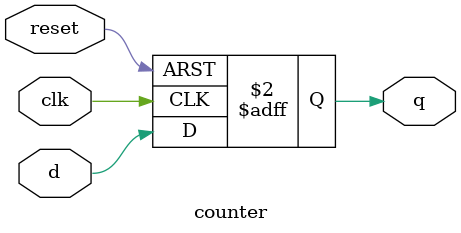
<source format=sv>
module counter(input logic d,input logic clk, input logic reset, output logic q);

	always_ff @(posedge clk, posedge reset)
		if(reset) q <= 0;
		else q <= d;


endmodule

</source>
